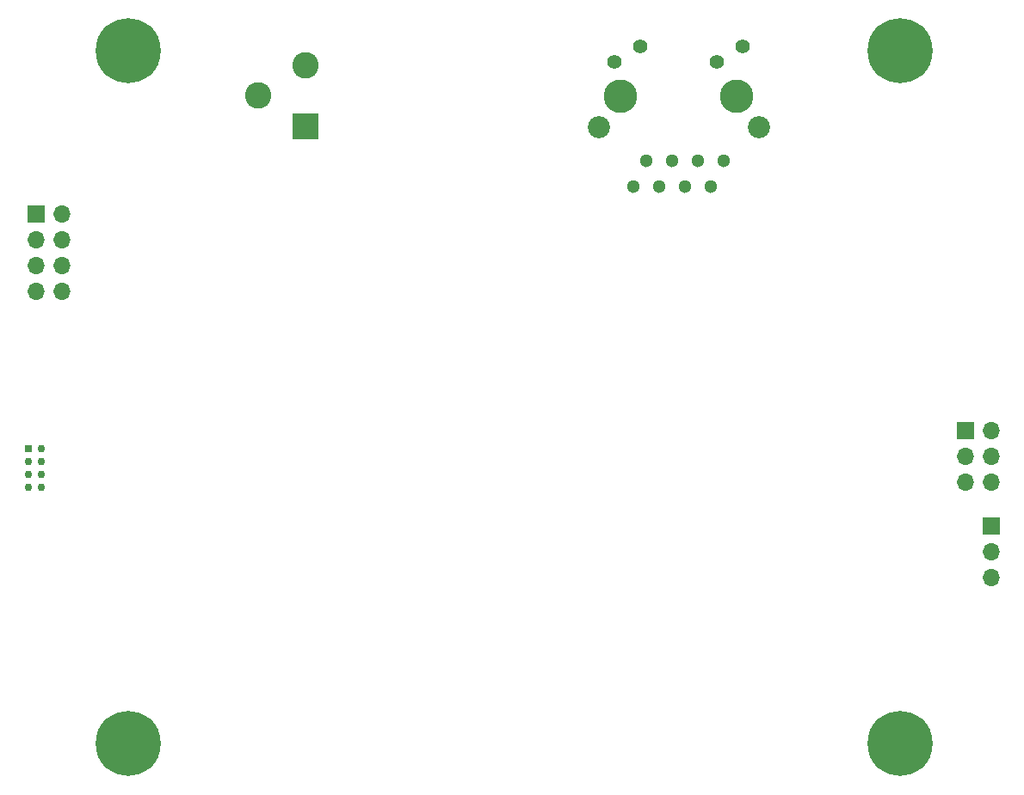
<source format=gbs>
G04 #@! TF.GenerationSoftware,KiCad,Pcbnew,(5.1.12)-1*
G04 #@! TF.CreationDate,2022-03-28T13:46:33+08:00*
G04 #@! TF.ProjectId,spi_mux_demo_board,7370695f-6d75-4785-9f64-656d6f5f626f,rev?*
G04 #@! TF.SameCoordinates,Original*
G04 #@! TF.FileFunction,Soldermask,Bot*
G04 #@! TF.FilePolarity,Negative*
%FSLAX46Y46*%
G04 Gerber Fmt 4.6, Leading zero omitted, Abs format (unit mm)*
G04 Created by KiCad (PCBNEW (5.1.12)-1) date 2022-03-28 13:46:33*
%MOMM*%
%LPD*%
G01*
G04 APERTURE LIST*
%ADD10C,1.408000*%
%ADD11C,3.300000*%
%ADD12C,2.184400*%
%ADD13C,1.300000*%
%ADD14O,1.700000X1.700000*%
%ADD15R,1.700000X1.700000*%
%ADD16C,2.600000*%
%ADD17R,2.600000X2.600000*%
%ADD18C,0.750000*%
%ADD19R,0.750000X0.750000*%
%ADD20C,0.800000*%
%ADD21C,6.400000*%
G04 APERTURE END LIST*
D10*
X161570380Y-63299870D03*
X169140380Y-64819870D03*
X171678530Y-63299370D03*
X159028530Y-64819370D03*
D11*
X171069790Y-68197959D03*
X159639790Y-68197959D03*
D12*
X157479790Y-71247960D03*
X173229790Y-71247960D03*
D13*
X169799790Y-74547960D03*
X168529790Y-77087960D03*
X167259790Y-74547960D03*
X165989791Y-77087960D03*
X164719791Y-74547960D03*
X163449790Y-77087960D03*
X162179790Y-74547960D03*
X160909790Y-77087960D03*
D14*
X104648000Y-87376000D03*
X102108000Y-87376000D03*
X104648000Y-84836000D03*
X102108000Y-84836000D03*
X104648000Y-82296000D03*
X102108000Y-82296000D03*
X104648000Y-79756000D03*
D15*
X102108000Y-79756000D03*
D16*
X123951000Y-68120000D03*
X128651000Y-65120000D03*
D17*
X128651000Y-71120000D03*
D14*
X196088000Y-115570000D03*
X196088000Y-113030000D03*
D15*
X196088000Y-110490000D03*
D14*
X196088000Y-106172000D03*
X193548000Y-106172000D03*
X196088000Y-103632000D03*
X193548000Y-103632000D03*
X196088000Y-101092000D03*
D15*
X193548000Y-101092000D03*
D18*
X102616000Y-106680000D03*
X101346000Y-106680000D03*
X102616000Y-105410000D03*
X101346000Y-105410000D03*
X102616000Y-104140000D03*
X101346000Y-104140000D03*
X102616000Y-102870000D03*
D19*
X101346000Y-102870000D03*
D20*
X188844256Y-130230544D03*
X187147200Y-129527600D03*
X185450144Y-130230544D03*
X184747200Y-131927600D03*
X185450144Y-133624656D03*
X187147200Y-134327600D03*
X188844256Y-133624656D03*
X189547200Y-131927600D03*
D21*
X187147200Y-131927600D03*
D20*
X112872856Y-130255944D03*
X111175800Y-129553000D03*
X109478744Y-130255944D03*
X108775800Y-131953000D03*
X109478744Y-133650056D03*
X111175800Y-134353000D03*
X112872856Y-133650056D03*
X113575800Y-131953000D03*
D21*
X111175800Y-131953000D03*
D20*
X188869656Y-62031544D03*
X187172600Y-61328600D03*
X185475544Y-62031544D03*
X184772600Y-63728600D03*
X185475544Y-65425656D03*
X187172600Y-66128600D03*
X188869656Y-65425656D03*
X189572600Y-63728600D03*
D21*
X187172600Y-63728600D03*
D20*
X112872856Y-62031544D03*
X111175800Y-61328600D03*
X109478744Y-62031544D03*
X108775800Y-63728600D03*
X109478744Y-65425656D03*
X111175800Y-66128600D03*
X112872856Y-65425656D03*
X113575800Y-63728600D03*
D21*
X111175800Y-63728600D03*
M02*

</source>
